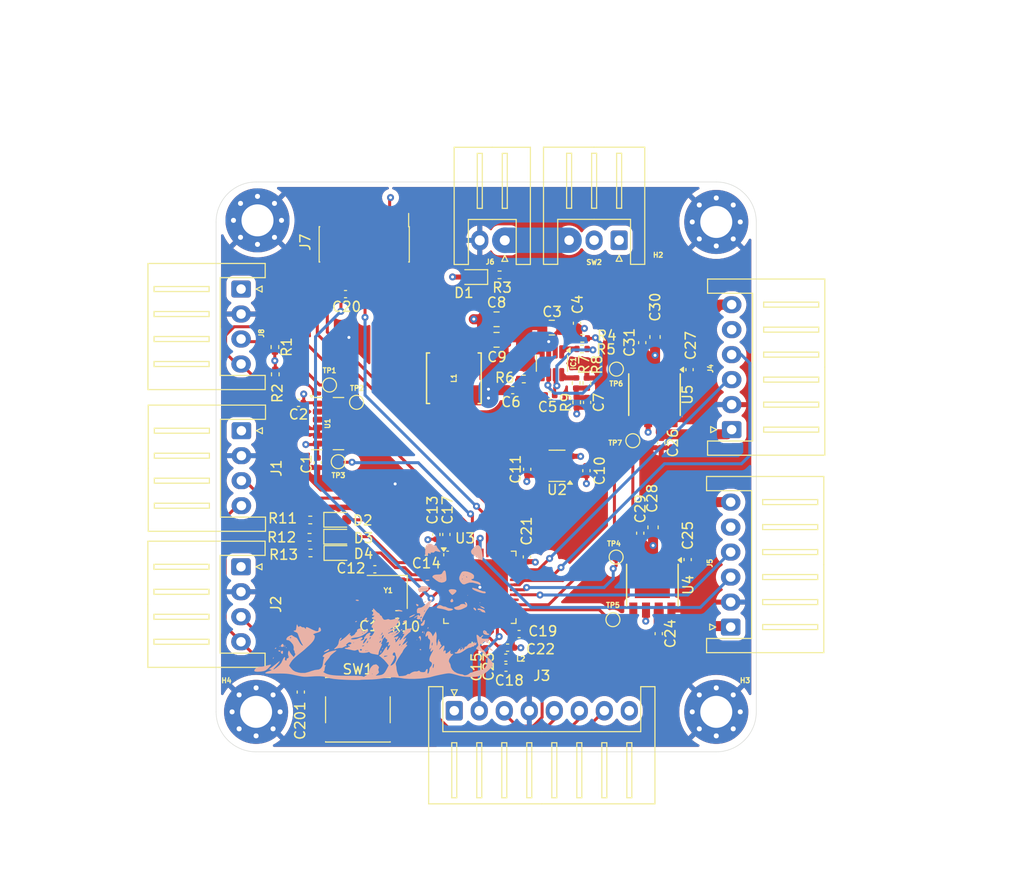
<source format=kicad_pcb>
(kicad_pcb (version 20240108) (generator "pcbnew") (generator_version "8.0")
  (layers (0 "F.Cu" signal) (1 "In1.Cu" signal) (2 "In2.Cu" signal) (31 "B.Cu" signal) (34 "B.Paste" user) (35 "F.Paste" user) (36 "B.SilkS" user "B.Silkscreen") (37 "F.SilkS" user "F.Silkscreen") (38 "B.Mask" user) (39 "F.Mask" user) (44 "Edge.Cuts" user))
  (net 0 "")
  (net 1 "GND")
  (net 2 "OSC_IN")
  (net 3 "+3.3V")
  (net 4 "+3.3VA")
  (net 5 "NRST")
  (net 6 "/STM32/LED1")
  (net 7 "/STM32/LED2")
  (net 8 "/STM32/LED3")
  (net 9 "/Actionneur/SCL")
  (net 10 "/Actionneur/SDA")
  (net 11 "SWDIO")
  (net 12 "SWCLK")
  (net 13 "TX_SWD")
  (net 14 "RX_SWD")
  (net 15 "SWO")
  (net 16 "/SENSORS/TX_LIDAR")
  (net 17 "/SENSORS/PHASE_A1")
  (net 18 "/SENSORS/PHASE_B1")
  (net 19 "/SENSORS/PHASE_B2")
  (net 20 "/SENSORS/PHASE_A2")
  (net 21 "/SENSORS/CB_IN")
  (net 22 "/SENSORS/CB_OUT1")
  (net 23 "/SENSORS/CB_OUT2")
  (net 24 "OSC_OUT")
  (net 25 "/SENSORS/CHAT{slash}SOURIS")
  (net 26 "/SENSORS/INT1_ACCELERO")
  (net 27 "/Actionneur/FWD1")
  (net 28 "/Actionneur/REV1")
  (net 29 "/Actionneur/FWD2")
  (net 30 "/Actionneur/REV2")
  (net 31 "/SENSORS/RX_LIDAR")
  (net 32 "/SENSORS/DEV_EN_LIDAR")
  (net 33 "/SENSORS/M_SCTR_LIDAR")
  (net 34 "/SENSORS/M_EN_LIDAR")
  (net 35 "Net-(C16-Pad1)")
  (net 46 "+BATT")
  (net 47 "/Alimentation/vcc")
  (net 48 "Net-(C6-Pad1)")
  (net 49 "/Alimentation/sw")
  (net 50 "+5V")
  (net 51 "Net-(C7-Pad1)")
  (net 52 "/Actionneur/MOTEUR2-")
  (net 53 "/Actionneur/MOTEUR2+")
  (net 54 "/Actionneur/MOTEUR1-")
  (net 55 "/Actionneur/MOTEUR1+")
  (net 56 "/Alimentation/led_power")
  (net 57 "/Alimentation/fb")
  (net 58 "/Alimentation/pg")
  (net 59 "/Alimentation/en{slash}sync")
  (net 60 "/Alimentation/bst")
  (net 62 "+7.2V")
  (net 73 "LD1")
  (net 74 "LD2")
  (net 75 "LD3")
  (footprint "LED_SMD:LED_0603_1608Metric" (layer "F.Cu") (at 142.2575 101.48)
    (property "Reference" "D3")
    (property "Value" "LED_USER2")
  )
  (footprint "MountingHole:MountingHole_3.2mm_M3_Pad_Via" (layer "F.Cu") (at 134 119)
    (property "Reference" "H4")
    (property "Value" "MountingHole_Pad")
  )
  (footprint "Crystal:Crystal_SMD_3225-4Pin_3.2x2.5mm" (layer "F.Cu") (at 147.1075 107.01 180)
    (property "Reference" "Y1")
    (property "Value" "16MHz")
  )
  (footprint "Package_TO_SOT_SMD:TSOT-23-8" (layer "F.Cu") (at 163.575 84.1375 -90)
    (property "Reference" "IC1")
    (property "Value" "MP1475SGJ-P")
  )
  (footprint "STM32:IND_052047_WRE" (layer "F.Cu") (at 153.77 85.63 90)
    (property "Reference" "L1")
    (property "Value" "4.7u")
  )
  (footprint "STM32:SW_Push_1P1T_NO_6x6mm_H9.5mm" (layer "F.Cu") (at 144.175 118.79)
    (property "Reference" "SW1")
    (property "Value" "SW_c/s")
  )
  (footprint "Capacitor_SMD:C_0402_1005Metric" (layer "F.Cu") (at 145.87 104.74)
    (property "Reference" "C12")
    (property "Value" "10p")
  )
  (footprint "Resistor_SMD:R_0402_1005Metric" (layer "F.Cu") (at 148.11 109.26)
    (property "Reference" "R10")
    (property "Value" "20")
  )
  (footprint "Package_TO_SOT_SMD:SOT-23-5" (layer "F.Cu") (at 164.08 94.3875 180)
    (property "Reference" "U2")
    (property "Value" "BUxxSD5")
  )
  (footprint "Capacitor_SMD:C_0402_1005Metric" (layer "F.Cu") (at 151.02 102.9775 180)
    (property "Reference" "C14")
    (property "Value" "100n")
  )
  (footprint "LED_SMD:LED_0603_1608Metric" (layer "F.Cu") (at 142.2575 99.79)
    (property "Reference" "D2")
    (property "Value" "LED_USER1")
  )
  (footprint "Capacitor_SMD:C_0402_1005Metric" (layer "F.Cu") (at 138.24 88.09 180)
    (property "Reference" "C2")
    (property "Value" "100n")
  )
  (footprint "Capacitor_SMD:C_0402_1005Metric" (layer "F.Cu") (at 163.37 87.33 180)
    (property "Reference" "C5")
    (property "Value" "0.1u")
  )
  (footprint "Capacitor_SMD:C_0402_1005Metric" (layer "F.Cu") (at 155.96 112.14 -90)
    (property "Reference" "C15")
    (property "Value" "1u")
  )
  (footprint "Resistor_SMD:R_0402_1005Metric" (layer "F.Cu") (at 139.435 103.11 180)
    (property "Reference" "R13")
    (property "Value" "680")
  )
  (footprint "Resistor_SMD:R_0402_1005Metric" (layer "F.Cu") (at 135.88 82.5125 -90)
    (property "Reference" "R1")
    (property "Value" "1k")
  )
  (footprint "TestPoint:TestPoint_Pad_D1.0mm" (layer "F.Cu") (at 170.02 84.72)
    (property "Reference" "TP6")
    (property "Value" "TestPoint")
  )
  (footprint "Resistor_SMD:R_0402_1005Metric" (layer "F.Cu") (at 166.61 81.64)
    (property "Reference" "R4")
    (property "Value" "100K")
  )
  (footprint "MountingHole:MountingHole_3.2mm_M3_Pad_Via" (layer "F.Cu") (at 180 119)
    (property "Reference" "H3")
    (property "Value" "MountingHole_Pad")
  )
  (footprint "TestPoint:TestPoint_Pad_D1.0mm" (layer "F.Cu") (at 169.99 103.52)
    (property "Reference" "TP4")
    (property "Value" "TestPoint")
  )
  (footprint "Capacitor_SMD:C_0402_1005Metric" (layer "F.Cu") (at 161.07 103.5 90)
    (property "Reference" "C21")
    (property "Value" "100n")
  )
  (footprint "Resistor_SMD:R_0402_1005Metric" (layer "F.Cu") (at 139.345 101.54 180)
    (property "Reference" "R12")
    (property "Value" "680")
  )
  (footprint "LED_SMD:LED_0603_1608Metric" (layer "F.Cu") (at 155.6625 75.51 180)
    (property "Reference" "D1")
    (property "Value" "LED_POWER")
  )
  (footprint "Capacitor_SMD:C_0805_2012Metric" (layer "F.Cu") (at 158.0375 81.7875)
    (property "Reference" "C9")
    (property "Value" "22u")
  )
  (footprint "Capacitor_SMD:C_0402_1005Metric" (layer "F.Cu") (at 142.94 77.22)
    (property "Reference" "C20")
    (property "Value" "100n")
  )
  (footprint "Resistor_SMD:R_0402_1005Metric" (layer "F.Cu") (at 160.76 85.71 180)
    (property "Reference" "R6")
    (property "Value" "20")
  )
  (footprint "Capacitor_SMD:C_0402_1005Metric" (layer "F.Cu") (at 167.09 88.05 -90)
    (property "Reference" "C7")
    (property "Value" "15p")
  )
  (footprint "Connector_JST:JST_XH_S6B-XH-A_1x06_P2.50mm_Horizontal" (layer "F.Cu") (at 181.54 90.77 90)
    (property "Reference" "J4")
    (property "Value" "Moteur1")
  )
  (footprint "TestPoint:TestPoint_Pad_D1.0mm" (layer "F.Cu") (at 171.66 91.88)
    (property "Reference" "TP7")
    (property "Value" "TestPoint")
  )
  (footprint "Connector_JST:JST_XH_S4B-XH-A_1x04_P2.50mm_Horizontal" (layer "F.Cu") (at 132.53 90.88 -90)
    (property "Reference" "J1")
    (property "Value" "CB1")
  )
  (footprint "Capacitor_SMD:C_0402_1005Metric" (layer "F.Cu") (at 138.47 117.02 -90)
    (property "Reference" "C201")
    (property "Value" "100n")
  )
  (footprint "Capacitor_SMD:C_0805_2012Metric" (layer "F.Cu") (at 158.0375 79.7375)
    (property "Reference" "C8")
    (property "Value" "22u")
  )
  (footprint "Connector_JST:JST_XH_S6B-XH-A_1x06_P2.50mm_Horizontal" (layer "F.Cu") (at 181.44 110.52 90)
    (property "Reference" "J5")
    (property "Value" "Moteur2")
  )
  (footprint "Package_LGA:LGA-14_3x5mm_P0.8mm_LayoutBorder1x6y" (layer "F.Cu") (at 141.15 90.17)
    (property "Reference" "U1")
    (property "Value" "ADXL343")
  )
  (footprint "Capacitor_SMD:C_0603_1608Metric" (layer "F.Cu") (at 173.68 100.545 90)
    (property "Reference" "C28")
    (property "Value" "10u")
  )
  (footprint "Connector_JST:JST_XH_S3B-XH-A_1x03_P2.50mm_Horizontal" (layer "F.Cu") (at 170.29 71.83 180)
    (property "Reference" "SW2")
    (property "Value" "ON/OFF")
  )
  (footprint "STM32:Diodes_SO-8EP" (layer "F.Cu") (at 173.6125 106.32 -90)
    (property "Reference" "U4")
    (property "Value" "ZXBM5210-SP")
  )
  (footprint "Capacitor_SMD:C_0402_1005Metric" (layer "F.Cu") (at 145.745 109.26 180)
    (property "Reference" "C16")
    (property "Value" "10p")
  )
  (footprint "Resistor_SMD:R_0402_1005Metric" (layer "F.Cu") (at 165.995 86.1075 -90)
    (property "Reference" "R7")
    (property "Value" "16k")
  )
  (footprint "Resistor_SMD:R_0402_1005Metric" (layer "F.Cu") (at 158.34 75.29)
    (property "Reference" "R3")
    (property "Value" "680")
  )
  (footprint "Capacitor_SMD:C_0402_1005Metric_Pad0.74x0.62mm_HandSolder" (layer "F.Cu") (at 159.1425 112.58)
    (property "Reference" "L2")
    (property "Value" "l")
  )
  (footprint "Capacitor_SMD:C_0402_1005Metric" (layer "F.Cu") (at 158.98 114.58)
    (property "Reference" "C18")
    (property "Value" "100n")
  )
  (footprint "Capacitor_SMD:C_0402_1005Metric" (layer "F.Cu") (at 172.4 101.13 90)
    (property "Reference" "C29")
    (property "Value" "1u")
  )
  (footprint "TestPoint:TestPoint_Pad_D1.0mm" (layer "F.Cu") (at 141.34 86.31)
    (property "Reference" "TP1")
    (property "Value" "TestPoint")
  )
  (footprint "Capacitor_SMD:C_0603_1608Metric" (layer "F.Cu") (at 173.88 81.505 -90)
    (property "Reference" "C30")
    (property "Value" "10u")
  )
  (footprint "Capacitor_SMD:C_0805_2012Metric" (layer "F.Cu") (at 163.56 80.57 180)
    (property "Reference" "C3")
    (property "Value" "22u")
  )
  (footprint "Capacitor_SMD:C_0402_1005Metric" (layer "F.Cu") (at 161.1 94.74 90)
    (property "Reference" "C11")
    (property "Value" "1u")
  )
  (footprint "Capacitor_SMD:C_0402_1005Metric" (layer "F.Cu") (at 174.25 111.18 -90)
    (property "Reference" "C24")
    (property "Value" "100n")
  )
  (footprint "Capacitor_SMD:C_0402_1005Metric" (layer "F.Cu") (at 172.6 82.07 -90)
    (property "Reference" "C31")
    (property "Value" "1u")
  )
  (footprint "Capacitor_SMD:C_0402_1005Metric" (layer "F.Cu") (at 160.29 111.22)
    (property "Reference" "C19")
    (property "Value" "100n")
  )
  (footprint "TestPoint:TestPoint_Pad_D1.0mm" (layer "F.Cu") (at 169.67 109.78)
    (property "Reference" "TP5")
    (property "Value" "TestPoint")
  )
  (footprint "Connector_JST:JST_XH_S4B-XH-A_1x04_P2.50mm_Horizontal" (layer "F.Cu") (at 132.5 76.71 -90)
    (property "Reference" "J8")
    (property "Value" "ECRAN")
  )
  (footprint "STM32:Diodes_SO-8EP" (layer "F.Cu") (at 173.825 87.2725 -90)
    (property "Reference" "U5")
    (property "Value" "ZXBM5210-SP")
  )
  (footprint "Capacitor_SMD:C_0402_1005Metric" (layer "F.Cu") (at 166.08 80.13 90)
    (property "Reference" "C4")
    (property "Value" "0.1u")
  )
  (footprint "Capacitor_SMD:C_0402_1005Metric" (layer "F.Cu") (at 177.14 103.77 90)
    (property "Reference" "C25")
    (property "Value" "100n")
  )
  (footprint "LED_SMD:LED_0603_1608Metric" (layer "F.Cu") (at 142.2775 103.11)
    (property "Reference" "D4")
    (property "Value" "LED_USER3")
  )
  (footprint "Capacitor_SMD:C_0402_1005Metric" (layer "F.Cu") (at 177.33 84.77 90)
    (property "Reference" "C27")
    (property "Value" "100n")
  )
  (footprint "Capacitor_SMD:C_0402_1005Metric" (layer "F.Cu") (at 152.02 101.2575 90)
    (property "Reference" "C13")
    (property "Value" "4.7u")
  )
  (footprint "Resistor_SMD:R_0402_1005Metric" (layer "F.Cu") (at 135.92 85.24 90)
    (property "Reference" "R2")
    (property "Value" "1k")
  )
  (footprint "Resistor_SMD:R_0402_1005Metric" (layer "F.Cu") (at 166.58 82.7 180)
    (property "Reference" "R5")
    (property "Value" "100K")
  )
  (footprint "TestPoint:TestPoint_Pad_D1.0mm" (layer "F.Cu") (at 142.21 93.98)
    (property "Reference" "TP3")
    (property "Value" "TestPoint")
  )
  (footprint "Connector_JST:JST_XH_S4B-XH-A_1x04_P2.50mm_Horizontal" (layer "F.Cu") (at 132.49 104.49 -90)
    (property "Reference" "J2")
    (property "Value" "CB2")
  )
  (footprint "Connector_JST:JST_XH_S8B-XH-A_1x08_P2.50mm_Horizontal" (layer "F.Cu") (at 153.81 118.89)
    (property "Reference" "J3")
    (property "Value" "LIDAR")
  )
  (footprint "Capacitor_SMD:C_0402_1005Metric" (layer "F.Cu") (at 156.96 112.12 -90)
    (property "Reference" "C23")
    (property "Value" "1u")
  )
  (footprint "Resistor_SMD:R_0402_1005Metric" (layer "F.Cu") (at 167.065 86.12 90)
    (property "Reference" "R8")
    (property "Value" "7.68k")
  )
  (footprint "MountingHole:MountingHole_3.2mm_M3_Pad_Via" (layer "F.Cu") (at 180 70)
    (property "Reference" "H2")
    (property "Value" "MountingHole_Pad")
  )
  (footprint "Connector_JST:JST_XH_S2B-XH-A_1x02_P2.50mm_Horizontal" (layer "F.Cu") (at 158.86 71.84 180)
    (property "Reference" "J6")
    (property "Value" "Batterie")
  )
  (footprint "Connector_PinHeader_1.27mm:PinHeader_2x07_P1.27mm_Vertical_SMD" (layer "F.Cu") (at 144.81 72.24 -90)
    (property "Reference" "J7")
    (property "Value" "Conn_ST_STDC14")
  )
  (footprint "Resistor_SMD:R_0402_1005Metric" (layer "F.Cu") (at 139.415 99.81 180)
    (property "Reference" "R11")
    (property "Value" "680")
  )
  (footprint "Capacitor_SMD:C_0402_1005Metric" (layer "F.Cu") (at 174.5 92.1 -90)
    (property "Reference" "C26")
    (property "Value" "100n")
  )
  (footprint "Capacitor_SMD:C_0402_1005Metric" (layer "F.Cu") (at 140.16 94.0725 -90)
    (property "Reference" "C1")
    (property "Value" "1u")
  )
  (footprint "Capacitor_SMD:C_0402_1005Metric" (layer "F.Cu") (at 153.02 101.2575 90)
    (property "Reference" "C17")
    (property "Value" "100n")
  )
  (footprint "Capacitor_SMD:C_0402_1005Metric" (layer "F.Cu") (at 167.02 94.88 90)
    (property "Reference" "C10")
    (property "Value" "1u")
  )
  (footprint "STM32:QFN-48-1EP_7x7mm_P0.5mm_EP5.6x5.6mm_AJ" (layer "F.Cu") (at 156.37 106.54)
    (property "Reference" "U3")
    (property "Value" "STM32G431CBUx")
  )
  (footprint "MountingHole:MountingHole_3.2mm_M3_Pad_Via" (layer "F.Cu") (at 134.14 69.84)
    (property "Reference" "H1" (hide yes))
    (property "Value" "MountingHole_Pad")
  )
  (footprint "TestPoint:TestPoint_Pad_D1.0mm" (layer "F.Cu") (at 144.04 88.04)
    (property "Reference" "TP2")
    (property "Value" "TestPoint")
  )
  (footprint "Capacitor_SMD:C_0402_1005Metric" (layer "F.Cu") (at 159.65 86.82 180)
    (property "Reference" "C6")
    (property "Value" "0.1u")
  )
  (footprint "Capacitor_SMD:C_0402_1005Metric" (layer "F.Cu") (at 158.96 113.58)
    (property "Reference" "C22")
    (property "Value" "10n")
  )
  (footprint "Resistor_SMD:R_0402_1005Metric" (layer "F.Cu") (at 166.05 88.04 -90)
    (property "Reference" "R9")
    (property "Value" "40.2k")
  )
  (footprint "STM32:logo" (layer "B.Cu") (at 146.38 108.51 180)
    (property "Reference" "G***" (hide yes))
    (property "Value" "LOGO" (hide yes))
  )
  (gr_arc (start 134 123) (mid 131.171573 121.828427) (end 130 119) (stroke (width 0.05)) (layer "Edge.Cuts"))
  (gr_line (start 130 70) (end 130 119) (stroke (width 0.05)) (layer "Edge.Cuts"))
  (gr_arc (start 130 70) (mid 131.171573 67.171573) (end 134 66) (stroke (width 0.05)) (layer "Edge.Cuts"))
  (gr_arc (start 180 66) (mid 182.828427 67.171573) (end 184 70) (stroke (width 0.05)) (layer "Edge.Cuts"))
  (gr_line (start 180 123) (end 134 123) (stroke (width 0.05)) (layer "Edge.Cuts"))
  (gr_line (start 184 70) (end 184 119) (stroke (width 0.05)) (layer "Edge.Cuts"))
  (gr_arc (start 184 119) (mid 182.828427 121.828427) (end 180 123) (stroke (width 0.05)) (layer "Edge.Cuts"))
  (gr_line (start 134 66) (end 180 66) (stroke (width 0.05)) (layer "Edge.Cuts"))
  (segment (start 142.125 88.995) (end 142.15 88.97) (width 0.3) (layer "F.Cu") (net 1))
  (segment (start 140.175 88.995) (end 141.17 88.995) (width 0.3) (layer "F.Cu") (net 1))
  (segment (start 146.4075 106.16) (end 146.0075 106.16) (width 0.3) (layer "F.Cu") (net 1))
  (segment (start 140.15 90.57) (end 140.624999 90.57) (width 0.3) (layer "F.Cu") (net 1))
  (segment (start 148.1075 107.86) (end 146.4075 106.16) (width 0.3) (layer "F.Cu") (net 1))
  (segment (start 141.17 90.024999) (end 141.17 88.995) (width 0.3) (layer "F.Cu") (net 1))
  (segment (start 141.17 88.995) (end 142.125 88.995) (width 0.3) (layer "F.Cu") (net 1))
  (segment (start 148.2075 107.86) (end 148.53 107.86) (width 0.3) (layer "F.Cu") (net 1))
  (segment (start 140.15 88.97) (end 140.175 88.995) (width 0.3) (layer "F.Cu") (net 1))
  (segment (start 148.2075 107.86) (end 148.1075 107.86) (width 0.3) (layer "F.Cu") (net 1))
  (segment (start 140.624999 90.57) (end 141.17 90.024999) (width 0.3) (layer "F.Cu") (net 1))
  (via (at 156.37 106.54) (size 0.7) (drill 0.3) (layers "F.Cu" "B.Cu") (net 1))
  (via (at 143.28 81.55) (size 0.7) (drill 0.3) (layers "F.Cu" "B.Cu") (net 1))
  (via (at 147.9 96.2) (size 0.7) (drill 0.3) (layers "F.Cu" "B.Cu") (net 1))
  (segment (start 146.37 104.76) (end 146.35 104.74) (width 0.3) (layer "F.Cu") (net 2))
  (segment (start 147.24 104.74) (end 148.2075 105.7075) (width 0.3) (layer "F.Cu") (net 2))
  (segment (start 148.2075 105.7075) (end 148.2075 106.16) (width 0.3) (layer "F.Cu") (net 2))
  (segment (start 148.5775 105.79) (end 148.2075 106.16) (width 0.3) (layer "F.Cu") (net 2))
  (segment (start 152.9325 105.79) (end 148.5775 105.79) (width 0.3) (layer "F.Cu") (net 2))
  (segment (start 146.35 104.74) (end 147.24 104.74) (width 0.3) (layer "F.Cu") (net 2))
  (segment (start 154.875 75.51) (end 153.65 75.51) (width 0.5) (layer "F.Cu") (net 3))
  (segment (start 140.06 92.26) (end 140.15 92.17) (width 0.3) (layer "F.Cu") (net 3))
  (segment (start 151.5 102.9775) (end 152.12 102.9775) (width 0.3) (layer "F.Cu") (net 3))
  (segment (start 140.15 92.17) (end 141.15 92.17) (width 0.3) (layer "F.Cu") (net 3))
  (segment (start 140.16 93.5925) (end 140.16 92.18) (width 0.3) (layer "F.Cu") (net 3))
  (segment (start 152.02 101.7375) (end 151.2125 101.7375) (width 0.3) (layer "F.Cu") (net 3))
  (segment (start 152.9325 103.79) (end 153.62 103.1025) (width 0.3) (layer "F.Cu") (net 3))
  (segment (start 161.07 103.98) (end 161.86 103.98) (width 0.5) (layer "F.Cu") (net 3))
  (segment (start 135.87 83.0325) (end 135.88 83.0225) (width 0.3) (layer "F.Cu") (net 3))
  (segment (start 159.15 111.19) (end 158.62 110.66) (width 0.3) (layer "F.Cu") (net 3))
  (segment (start 135.92 83.93) (end 135.87 83.88) (width 0.3) (layer "F.Cu") (net 3))
  (segment (start 161.1 95.22) (end 161.1 95.92) (width 0.5) (layer "F.Cu") (net 3))
  (segment (start 138.72 88.09) (end 140.07 88.09) (width 0.3) (layer "F.Cu") (net 3))
  (segment (start 159.71 111.32) (end 159.81 111.22) (width 0.3) (layer "F.Cu") (net 3))
  (segment (start 160.76 104.29) (end 161.07 103.98) (width 0.3) (layer "F.Cu") (net 3))
  (segment (start 138.97 92.26) (end 140.06 92.26) (width 0.3) (layer "F.Cu") (net 3))
  (segment (start 153.62 103.1025) (end 153.62 102.3375) (width 0.3) (layer "F.Cu") (net 3))
  (segment (start 147.35 67.65) (end 147.44 67.56) (width 0.3) (layer "F.Cu") (net 3))
  (segment (start 152.12 102.9775) (end 152.9325 103.79) (width 0.3) (layer "F.Cu") (net 3))
  (segment (start 159.8075 104.29) (end 160.76 104.29) (width 0.3) (layer "F.Cu") (net 3))
  (segment (start 159.71 112.58) (end 160.45 112.58) (width 0.3) (layer "F.Cu") (net 3))
  (segment (start 159.71 112.58) (end 159.71 111.32) (width 0.3) (layer "F.Cu") (net 3))
  (segment (start 153.65 75.51) (end 153.64 75.5) (width 0.5) (layer "F.Cu") (net 3))
  (segment (start 135.92 84.73) (end 135.92 83.93) (width 0.3) (layer "F.Cu") (net 3))
  (segment (start 147.35 70.29) (end 147.35 67.65) (width 0.3) (layer "F.Cu") (net 3))
  (segment (start 153.62 102.3375) (end 153.02 101.7375) (width 0.3) (layer "F.Cu") (net 3))
  (segment (start 158.62 110.66) (end 158.62 109.9775) (width 0.3) (layer "F.Cu") (net 3))
  (segment (start 160.45 112.58) (end 160.46 112.59) (width 0.3) (layer "F.Cu") (net 3))
  (segment (start 140.16 92.18) (end 140.15 92.17) (width 0.3) (layer "F.Cu") (net 3))
  (segment (start 162.9425 95.3375) (end 161.2175 95.3375) (width 0.5) (layer "F.Cu") (net 3))
  (segment (start 159.6275 111.19) (end 159.15 111.19) (width 0.3) (layer "F.Cu") (net 3))
  (segment (start 161.1 95.92) (end 161.06 95.96) (width 0.5) (layer "F.Cu") (net 3))
  (segment (start 159.71 111.2725) (end 159.6275 111.19) (width 0.3) (layer "F.Cu") (net 3))
  (segment (start 161.2175 95.3375) (end 161.1 95.22) (width 0.5) (layer "F.Cu") (net 3))
  (segment (start 138.76 87.21) (end 138.76 88.05) (width 0.3) (layer "F.Cu") (net 3))
  (segment (start 152.02 101.7375) (end 153.02 101.7375) (width 0.3) (layer "F.Cu") (net 3))
  (segment (start 138.76 88.05) (end 138.72 88.09) (width 0.3) (layer "F.Cu") (net 3))
  (segment (start 151.2125 101.7375) (end 151.17 101.78) (width 0.3) (layer "F.Cu") (net 3))
  (segment (start 135.87 83.88) (end 135.87 83.0325) (width 0.3) (layer "F.Cu") (net 3))
  (segment (start 161.86 103.98) (end 161.91 104.03) (width 0.5) (layer "F.Cu") (net 3))
  (segment (start 140.07 88.09) (end 140.15 88.17) (width 0.3) (layer "F.Cu") (net 3))
  (via (at 147.44 67.56) (size 0.7) (drill 0.3) (layers "F.Cu" "B.Cu") (net 3))
  (via (at 160.46 112.59) (size 0.7) (drill 0.3) (layers "F.Cu" "B.Cu") (net 3))
  (via (at 135.87 83.88) (size 0.7) (drill 0.3) (layers "F.Cu" "B.Cu") (net 3))
  (via (at 138.97 92.26) (size 0.7) (drill 0.3) (layers "F.Cu" "B.Cu") (net 3))
  (via (at 138.76 87.21) (size 0.7) (drill 0.3) (layers "F.Cu" "B.Cu") (net 3))
  (via (at 153.64 75.5) (size 0.7) (drill 0.3) (layers "F.Cu" "B.Cu") (net 3))
  (via (at 151.17 101.78) (size 0.7) (drill 0.3) (layers "F.Cu" "B.Cu") (net 3))
  (via (at 161.91 104.03) (size 0.7) (drill 0.3) (layers "F.Cu" "B.Cu") (net 3))
  (via (at 161.06 95.96) (size 0.7) (drill 0.3) (layers "F.Cu" "B.Cu") (net 3))
  (segment (start 156.96 111.64) (end 156.91 111.59) (width 0.3) (layer "F.Cu") (net 4))
  (segment (start 156.96 111.64) (end 156.94 111.66) (width 0.3) (layer "F.Cu") (net 4))
  (segment (start 158.32 112.58) (end 157.38 111.64) (width 0.3) (layer "F.Cu") (net 4))
  (segment (start 156.96 111.64) (end 157.62 110.98) (width 0.3) (layer "F.Cu") (net 4))
  (segment (start 158.48 113.58) (end 158.48 114.56) (width 0.5) (layer "F.Cu") (net 4))
  (segment (start 157.62 110.98) (end 157.62 109.9775) (width 0.3) (layer "F.Cu") (net 4))
  (segment (start 156.94 111.66) (end 155.96 111.66) (width 0.3) (layer "F.Cu") (net 4))
  (segment (start 157.12 109.9775) (end 157.12 110.5) (width 0.3) (layer "F.Cu") (net 4))
  (segment (start 155.88125 111.73875) (end 155.96 111.66) (width 0.3) (layer "F.Cu") (net 4))
  (segment (start 158.48 113.58) (end 158.48 112.675) (width 0.3) (layer "F.Cu") (net 4))
  (segment (start 157.38 111.64) (end 156.96 111.64) (width 0.3) (layer "F.Cu") (net 4))
  (segment (start 157.12 110.5) (end 155.96 111.66) (width 0.3) (layer "F.Cu") (net 4))
  (segment (start 158.575 112.58) (end 158.32 112.58) (width 0.3) (layer "F.Cu") (net 4))
  (segment (start 158.48 112.675) (end 158.575 112.58) (width 0.3) (layer "F.Cu") (net 4))
  (segment (start 158.48 114.56) (end 158.5 114.58) (width 0.5) (layer "F.Cu") (net 4))
  (segment (start 142.48 76.22) (end 142.47 76.21) (width 0.3) (layer "F.Cu") (net 5))
  (segment (start 152.9325 106.79) (end 152.35 106.79) (width 0.3) (layer "F.Cu") (net 5))
  (segment (start 142.47 76.21) (end 142.47 74.39) (width 0.3) (layer "F.Cu") (net 5))
  (segment (start 142.47 74.39) (end 142.27 74.19) (width 0.3) (layer "F.Cu") (net 5))
  (segment (start 152.35 106.79) (end 151.49 107.65) (width 0.3) (layer "F.Cu") (net 5))
  (segment (start 142.48 78.94) (end 142.48 76.22) (width 0.3) (layer "F.Cu") (net 5))
  (via (at 151.49 107.65) (size 0.7) (drill 0.3) (layers "F.Cu" "B.Cu") (net 5))
  (via (at 142.48 78.94) (size 0.7) (drill 0.3) (layers "F.Cu" "B.Cu") (net 5))
  (segment (start 139.94 83.94) (end 139.94 81.48) (width 0.3) (layer "B.Cu") (net 5))
  (segment (start 151.49 107.65) (end 139.94 96.1) (width 0.3) (layer "B.Cu") (net 5))
  (segment (start 139.94 81.48) (end 142.48 78.94) (width 0.3) (layer "B.Cu") (net 5))
  (segment (start 139.94 96.1) (end 139.94 83.94) (width 0.3) (layer "B.Cu") (net 5))
  (segment (start 141.47 99.79) (end 139.945 99.79) (width 0.3) (layer "F.Cu") (net 6))
  (segment (start 139.945 99.79) (end 139.925 99.81) (width 0.3) (layer "F.Cu") (net 6))
  (segment (start 139.915 101.48) (end 139.855 101.54) (width 0.3) (layer "F.Cu") (net 7))
  (segment (start 141.47 101.48) (end 139.915 101.48) (width 0.3) (layer "F.Cu") (net 7))
  (segment (start 141.49 103.11) (end 139.945 103.11) (width 0.3) (layer "F.Cu") (net 8))
  (segment (start 132.5 81.71) (end 132.76 81.97) (width 0.3) (layer "F.Cu") (net 9))
  (segment (start 140.14 97.62) (end 136.53 94.01) (width 0.3) (layer "F.Cu") (net 9))
  (segment (start 136.53 94.01) (end 136.53 86.72) (width 0.3) (layer "F.Cu") (net 9))
  (segment (start 135.9825 82.0025) (end 135.985 82) (width 0.3) (layer "F.Cu") (net 9))
  (segment (start 140.35 86.31) (end 141.34 86.31) (width 0.3) (layer "F.Cu") (net 9))
  (segment (start 154.62 103.1025) (end 154.62 100.63) (width 0.3) (layer "F.Cu") (net 9))
  (segment (start 135.985 82) (end 136.04 82) (width 0.3) (layer "F.Cu") (net 9))
  (segment (start 135.8475 81.97) (end 135.88 82.0025) (width 0.3) (layer "F.Cu") (net 9))
  (segment (start 141.15 86.5) (end 141.15 88.17) (width 0.3) (layer "F.Cu") (net 9))
  (segment (start 154.62 100.63) (end 151.61 97.62) (width 0.3) (layer "F.Cu") (net 9))
  (segment (start 136.53 86.72) (end 138.525 84.725) (width 0.3) (layer "F.Cu") (net 9))
  (segment (start 132.76 81.97) (end 135.8475 81.97) (width 0.3) (layer "F.Cu") (net 9))
  (segment (start 135.88 82.0025) (end 135.9825 82.0025) (width 0.3) (layer "F.Cu") (net 9))
  (segment (start 141.34 86.31) (end 141.15 86.5) (width 0.3) (layer "F.Cu") (net 9))
  (segment (start 151.61 97.62) (end 140.14 97.62) (width 0.3) (layer "F.Cu") (net 9))
  (segment (start 136.04 82) (end 140.35 86.31) (width 0.3) (layer "F.Cu") (net 9))
  (segment (start 132.5 84.21) (end 132.06 84.21) (width 0.3) (layer "F.Cu") (net 10))
  (segment (start 130.95 83.1) (end 130.95 81.34) (width 0.3) (layer "F.Cu") (net 10))
  (segment (start 134.04 85.75) (end 132.5 84.21) (width 0.3) (layer "F.Cu") (net 10))
  (segment (start 144.14 87.28) (end 144.14 87.94) (width 0.3) (layer "F.Cu") (net 10))
  (segment (start 137.34 80.48) (end 144.14 87.28) (width 0.3) (layer "F.Cu") (net 10))
  (segment (start 132.06 84.21) (end 130.95 83.1) (width 0.3) (layer "F.Cu") (net 10))
  (segment (start 155.12 100.19) (end 155.12 103.1025) (width 0.3) (layer "F.Cu") (net 10))
  (segment (start 144.04 89.11) (end 155.12 100.19) (width 0.3) (layer "F.Cu") (net 10))
  (segment (start 144.14 87.94) (end 144.04 88.04) (width 0.3) (layer "F.Cu") (net 10))
  (segment (start 144.04 88.04) (end 144.04 89.11) (width 0.3) (layer "F.Cu") (net 10))
  (segment (start 143.91 88.17) (end 144.04 88.04) (width 0.3) (layer "F.Cu") (net 10))
  (segment (start 135.92 85.75) (end 134.04 85.75) (width 0.3) (layer "F.Cu") (net 10))
  (segment (start 130.95 81.34) (end 131.81 80.48) (width 0.3) (layer "F.Cu") (net 10))
  (segment (start 142.15 88.17) (end 143.91 88.17) (width 0.3) (layer "F.Cu") (net 10))
  (segment (start 131.81 80.48) (end 137.34 80.48) (width 0.3) (layer "F.Cu") (net 10))
  (segment (start 159.8075 103.79) (end 159.8075 97.7375) (width 0.3) (layer "F.Cu") (net 11))
  (segment (start 159.8075 97.7375) (end 147.44 85.37) (width 0.3) (layer "F.Cu") (net 11))
  (segment (start 147.44 85.37) (end 147.44 74.28) (width 0.3) (layer "F.Cu") (net 11))
  (segment (start 147.44 74.28) (end 147.35 74.19) (width 0.3) (layer "F.Cu") (net 11))
  (segment (start 159.12 98.23) (end 159.12 103.1025) (width 0.3) (layer "F.Cu") (net 12))
  (segment (start 146.08 85.19) (end 159.12 98.23) (width 0.3) (layer "F.Cu") (net 12))
  (segment (start 146.08 74.19) (end 146.08 85.19) (width 0.3) (layer "F.Cu") (net 12))
  (segment (start 141.12 81.02) (end 141.12 74.31) (width 0.3) (layer "F.Cu") (net 13))
  (segment (start 158.12 103.1025) (end 158.12 98.02) (width 0.3) (layer "F.Cu") (net 13))
  (segment (start 141.12 74.31) (end 141 74.19) (width 0.3) (layer "F.Cu") (net 13))
  (segment (start 158.12 98.02) (end 141.12 81.02) (width 0.3) (layer "F.Cu") (net 13))
  (segment (start 157.62 103.1025) (end 157.62 98.72) (width 0.3) (layer "F.Cu") (net 14))
  (segment (start 140.12 81.22) (end 140.12 71.17) (width 0.3) (layer "F.Cu") (net 14))
  (segment (start 140.12 71.17) (end 141 70.29) (width 0.3) (layer "F.Cu") (net 14))
  (segment (start 157.62 98.72) (end 140.12 81.22) (width 0.3) (layer "F.Cu") (net 14))
  (segment (start 144.81 74.19) (end 144.89 74.27) (width 0.3) (layer "F.Cu") (net 15))
  (segment (start 156.03 98.43) (end 157.12 99.52) (width 0.3) (layer "F.Cu") (net 15))
  (segment (start 144.89 74.27) (end 144.89 79.54) (width 0.3) (layer "F.Cu") (net 15))
  (segment (start 157.12 99.52) (end 157.12 103.1025) (width 0.3) (layer "F.Cu") (net 15))
  (via (at 156.03 98.43) (size 0.7) (drill 0.3) (layers "F.Cu" "B.Cu") (net 15))
  (via (at 144.89 79.54) (size 0.7) (drill 0.3) (layers "F.Cu" "B.Cu") (net 15))
  (segment (start 156 98.43) (end 144.89 87.32) (width 0.3) (layer "B.Cu") (net 15))
  (segment (start 144.89 87.32) (end 144.89 79.54) (width 0.3) (layer "B.Cu") (net 15))
  (segment (start 156.03 98.43) (end 156 98.43) (width 0.3) (layer "B.Cu") (net 15))
  (segment (start 158.12 111.29) (end 158.3 111.47) (width 0.3) (layer "F.Cu") (net 16))
  (segment (start 158.12 109.9775) (end 158.12 111.29) (width 0.3) (layer "F.Cu") (net 16))
  (via (at 158.3 111.47) (size 0.7) (drill 0.3) (layers "F.Cu" "B.Cu") (net 16))
  (segment (start 158.3 111.47) (end 158.32 111.49) (width 0.3) (layer "B.Cu") (net 16))
  (segment (start 156.31 113.46) (end 158.3 111.47) (width 0.3) (layer "B.Cu") (net 16))
  (segment (start 156.31 118.89) (end 156.31 113.46) (width 0.3) (layer "B.Cu") (net 16))
  (segment (start 163.34 103.66) (end 162.21 104.79) (width 0.3) (layer "F.Cu") (net 17))
  (segment (start 162.21 104.79) (end 159.8075 104.79) (width 0.3) (layer "F.Cu") (net 17))
  (via (at 163.34 103.66) (size 0.7) (drill 0.3) (layers "F.Cu" "B.Cu") (net 17))
  (segment (start 163.34 103.66) (end 163.34 103.65) (width 0.3) (layer "B.Cu") (net 17))
  (segment (start 181.22 85.77) (end 181.54 85.77) (width 0.3) (layer "B.Cu") (net 17))
  (segment (start 163.34 103.65) (end 181.22 85.77) (width 0.3) (layer "B.Cu") (net 17))
  (segment (start 163.75 105.29) (end 164.48 104.56) (width 0.3) (layer "F.Cu") (net 18))
  (segment (start 159.8075 105.29) (end 163.75 105.29) (width 0.3) (layer "F.Cu") (net 18))
  (via (at 164.48 104.56) (size 0.7) (drill 0.3) (layers "F.Cu" "B.Cu") (net 18))
  (segment (start 164.48 104.53) (end 164.48 104.56) (width 0.3) (layer "B.Cu") (net 18))
  (segment (start 183.35 93.35) (end 182.51 94.19) (width 0.3) (layer "B.Cu") (net 18))
  (segment (start 181.54 83.27) (end 182.5 83.27) (width 0.3) (layer "B.Cu") (net 18))
  (segment (start 183.35 84.12) (end 183.35 93.35) (width 0.3) (layer "B.Cu") (net 18))
  (segment (start 174.82 94.19) (end 164.48 104.53) (width 0.3) (layer "B.Cu") (net 18))
  (segment (start 182.51 94.19) (end 174.82 94.19) (width 0.3) (layer "B.Cu") (net 18))
  (segment (start 182.5 83.27) (end 183.35 84.12) (width 0.3) (layer "B.Cu") (net 18))
  (segment (start 162.36 107.29) (end 162.38 107.31) (width 0.3) (layer "F.Cu") (net 19))
  (segment (start 159.8075 107.29) (end 162.36 107.29) (width 0.3) (layer "F.Cu") (net 19))
  (via (at 162.38 107.31) (size 0.7) (drill 0.3) (layers "F.Cu" "B.Cu") (net 19))
  (segment (start 177.15 107.31) (end 181.44 103.02) (width 0.3) (layer "B.Cu") (net 19))
  (segment (start 162.38 107.31) (end 177.15 107.31) (width 0.3) (layer "B.Cu") (net 19))
  (segment (start 156.12 103.1025) (end 156.12 101.92) (width 0.3) (layer "F.Cu") (net 20))
  (segment (start 156.12 101.92) (end 156.4 101.64) (width 0.3) (layer "F.Cu") (net 20))
  (via (at 156.4 101.64) (size 0.7) (drill 0.3) (layers "F.Cu" "B.Cu") (net 20))
  (segment (start 156.4 103.45) (end 161.51 108.56) (width 0.3) (layer "B.Cu") (net 20))
  (segment (start 161.51 108.56) (end 178.4 108.56) (width 0.3) (layer "B.Cu") (net 20))
  (segment (start 178.4 108.56) (end 181.44 105.52) (width 0.3) (layer "B.Cu") (net 20))
  (segment (start 156.4 101.64) (end 156.4 103.45) (width 0.3) (layer "B.Cu") (net 20))
  (segment (start 132.49 111.99) (end 130.91 110.41) (width 0.3) (layer "F.Cu") (net 21))
  (segment (start 132.49 111.99) (end 134.69 114.19) (width 0.3) (layer "F.Cu") (net 21))
  (segment (start 134.69 114.19) (end 148.11 114.19) (width 0.3) (layer "F.Cu") (net 21))
  (segment (start 130.91 110.41) (end 130.91 99.61) (width 0.3) (layer "F.Cu") (net 21))
  (segment (start 152.9325 109.3675) (end 152.9325 109.29) (width 0.3) (layer "F.Cu") (net 21))
  (segment (start 132.14 98.38) (end 132.53 98.38) (width 0.3) (layer "F.Cu") (net 21))
  (segment (start 148.11 114.19) (end 152.9325 109.3675) (width 0.3) (layer "F.Cu") (net 21))
  (segment (start 130.91 99.61) (end 132.14 98.38) (width 0.3) (layer "F.Cu") (net 21))
  (segment (start 137.04 105.57) (end 143.05 111.58) (width 0.3) (layer "F.Cu") (net 22))
  (segment (start 137.04 100.03) (end 137.04 105.57) (width 0.3) (layer "F.Cu") (net 22))
  (segment (start 132.89 95.88) (end 137.04 100.03) (width 0.3) (layer "F.Cu") (net 22))
  (segment (start 152.01 108.29) (end 152.9325 108.29) (width 0.3) (layer "F.Cu") (net 22))
  (segment (start 132.53 95.88) (end 132.89 95.88) (width 0.3) (layer "F.Cu") (net 22))
  (segment (start 148.72 111.58) (end 152.01 108.29) (width 0.3) (layer "F.Cu") (net 22))
  (segment (start 143.05 111.58) (end 148.72 111.58) (width 0.3) (layer "F.Cu") (net 22))
  (segment (start 152.409904 108.79) (end 148.349904 112.85) (width 0.3) (layer "F.Cu") (net 23))
  (segment (start 152.9325 108.79) (end 152.409904 108.79) (width 0.3) (layer "F.Cu") (net 23))
  (segment (start 148.349904 112.85) (end 135.85 112.85) (width 0.3) (layer "F.Cu") (net 23))
  (segment (start 135.85 112.85) (end 132.49 109.49) (width 0.3) (layer "F.Cu") (net 23))
  (segment (start 148.62 109.26) (end 151.59 106.29) (width 0.3) (layer "F.Cu") (net 24))
  (segment (start 148.62 109.26) (end 148.63 109.26) (width 0.3) (layer "F.Cu") (net 24))
  (segment (start 151.59 106.29) (end 152.9325 106.29) (width 0.3) (layer "F.Cu") (net 24))
  (segment (start 148.15 115.08) (end 153.2525 109.9775) (width 0.3) (layer "F.Cu") (net 25))
  (segment (start 138.53 116.6) (end 148.09 116.6) (width 0.3) (layer "F.Cu") (net 25))
  (segment (start 138.47 116.54) (end 138.53 116.6) (width 0.3) (layer "F.Cu") (net 25))
  (segment (start 153.2525 109.9775) (end 153.62 109.9775) (width 0.3) (layer "F.Cu") (net 25))
  (segment (start 148.09 116.6) (end 148.15 116.54) (width 0.3) (layer "F.Cu") (net 25))
  (segment (start 148.15 116.54) (end 148.15 115.08) (width 0.3) (layer "F.Cu") (net 25))
  (segment (start 143.59 94.03) (end 142.26 94.03) (width 0.3) (layer "F.Cu") (net 26))
  (segment (start 155.62 99.39) (end 155.62 103.1025) (width 0.3) (layer "F.Cu") (net 26))
  (segment (start 142.21 92.23) (end 142.15 92.17) (width 0.3) (layer "F.Cu") (net 26))
  (segment (start 142.26 94.03) (end 142.21 93.98) (width 0.3) (layer "F.Cu") (net 26))
  (segment (start 142.21 93.98) (end 142.21 92.23) (width 0.3) (layer "F.Cu") (net 26))
  (segment (start 155.43 99.2) (end 155.62 99.39) (width 0.3) (layer "F.Cu") (net 26))
  (via (at 155.43 99.2) (size 0.7) (drill 0.3) (layers "F.Cu" "B.Cu") (net 26))
  (via (at 143.59 94.03) (size 0.7) (drill 0.3) (layers "F.Cu" "B.Cu") (net 26))
  (segment (start 155.33 99.2) (end 150.21 94.08) (width 0.3) (layer "B.Cu") (net 26))
  (segment (start 150.21 94.08) (end 143.64 94.08) (width 0.3) (layer "B.Cu") (net 26))
  (segment (start 143.64 94.08) (end 143.59 94.03) (width 0.3) (layer "B.Cu") (net 26))
  (segment (start 155.43 99.2) (end 155.33 99.2) (width 0.3) (layer "B.Cu") (net 26))
  (segment (start 160.755073 105.865023) (end 160.330096 106.29) (width 0.3) (layer "F.Cu") (net 27))
  (segment (start 169.82 100.7) (end 164.654977 105.865023) (width 0.3) (layer "F.Cu") (net 27))
  (segment (start 169.82 84.92) (end 169.82 100.7) (width 0.3) (layer "F.Cu") (net 27))
  (segment (start 164.654977 105.865023) (end 160.755073 105.865023) (width 0.3) (layer "F.Cu") (net 27))
  (segment (start 171.865 84.72) (end 171.92 84.775) (width 0.3) (layer "F.Cu") (net 27))
  (segment (start 170.02 84.72) (end 169.82 84.92) (width 0.3) (layer "F.Cu") (net 27))
  (segment (start 170.02 84.72) (end 171.865 84.72) (width 0.3) (layer "F.Cu") (net 27))
  (segment (start 160.330096 106.29) (end 159.8075 106.29) (width 0.3) (layer "F.Cu") (net 27))
  (segment (start 163.24 108.29) (end 171.66 99.87) (width 0.3) (layer "F.Cu") (net 28))
  (segment (start 171.66 91.88) (end 171.66 90.03) (width 0.5) (layer "F.Cu") (net 28))
  (segment (start 159.8075 108.29) (end 163.24 108.29) (width 0.3) (layer "F.Cu") (net 28))
  (segment (start 171.66 90.03) (end 171.92 89.77) (width 0.5) (layer "F.Cu") (net 28))
  (segment (start 171.66 99.87) (end 171.66 91.88) (width 0.3) (layer "F.Cu") (net 28))
  (segment (start 160.820046 106.79) (end 161.045023 106.565023) (width 0.3) (layer "F.Cu") (net 29))
  (segment (start 159.8075 106.79) (end 160.820046 106.79) (width 0.3) (layer "F.Cu") (net 29))
  (segment (start 169.99 103.52) (end 170.13 103.38) (width 0.3) (layer "F.Cu") (net 29))
  (segment (start 169.99 104.38) (end 169.99 103.52) (width 0.3) (layer "F.Cu") (net 29))
  (segment (start 170.13 103.38) (end 171.265 103.38) (width 0.3) (layer "F.Cu") (net 29))
  (segment (start 171.265 103.38) (end 171.7075 103.8225) (width 0.3) (layer "F.Cu") (net 29))
  (segment (start 169.7 104.67) (end 169.99 104.38) (width 0.3) (layer "F.Cu") (net 29))
  (via (at 169.7 104.67) (size 0.7) (drill 0.3) (layers "F.Cu" "B.Cu") (net 29))
  (via (at 161.045023 106.565023) (size 0.7) (drill 0.3) (layers "F.Cu" "B.Cu") (net 29))
  (segment (start 169.7 104.67) (end 169.7 105.66) (width 0.3) (layer "B.Cu") (net 29))
  (segment (start 169.7 105.66) (end 168.794977 106.565023) (width 0.3) (layer "B.Cu") (net 29))
  (segment (start 168.794977 106.565023) (end 161.045023 106.565023) (width 0.3) (layer "B.Cu") (net 29))
  (segment (start 171.7075 109.0525) (end 170.98 109.78) (width 0.3) (layer "F.Cu") (net 30))
  (segment (start 169.36 109.84) (end 168.31 108.79) (width 0.3) (layer "F.Cu") (net 30))
  (segment (start 168.31 108.79) (end 159.8075 108.79) (width 0.3) (layer "F.Cu") (net 30))
  (segment (start 170.98 109.78) (end 169.67 109.78) (width 0.3) (layer "F.Cu") (net 30))
  (segment (start 171.7075 108.8175) (end 171.7075 109.0525) (width 0.3) (layer "F.Cu") (net 30))
  (segment (start 161.5875 109.9775) (end 159.12 109.9775) (width 0.3) (layer "F.Cu") (net 31))
  (segment (start 161.71 120.42) (end 162.59 119.54) (width 0.3) (layer "F.Cu") (net 31))
  (segment (start 162.59 116.89) (end 163.94 115.54) (width 0.3) (layer "F.Cu") (net 31))
  (segment (start 160.06 120.42) (end 161.71 120.42) (width 0.3) (layer "F.Cu") (net 31))
  (segment (start 163.94 112.33) (end 161.5875 109.9775) (width 0.3) (layer "F.Cu") (net 31))
  (segment (start 158.81 118.89) (end 158.81 119.17) (width 0.3) (layer "F.Cu") (net 31))
  (segment (start 163.94 115.54) (end 163.94 112.33) (width 0.3) (layer "F.Cu") (net 31))
  (segment (start 162.59 119.54) (end 162.59 116.89) (width 0.3) (layer "F.Cu") (net 31))
  (segment (start 158.81 119.17) (end 160.06 120.42) (width 0.3) (layer "F.Cu") (net 31))
  (segment (start 158.81 118.89) (end 158.81 119.35) (width 0.3) (layer "B.Cu") (net 31))
  (segment (start 166.31 119.7) (end 166.31 118.89) (width 0.3) (layer "F.Cu") (net 32))
  (segment (start 154.62 110.98) (end 150.87 114.73) (width 0.3) (layer "F.Cu") (net 32))
  (segment (start 164.53 121.48) (end 166.31 119.7) (width 0.3) (layer "F.Cu") (net 32))
  (segment (start 153.31 121.48) (end 164.53 121.48) (width 0.3) (layer "F.Cu") (net 32))
  (segment (start 150.87 114.73) (end 150.87 119.04) (width 0.3) (layer "F.Cu") (net 32))
  (segment (start 150.87 119.04) (end 153.31 121.48) (width 0.3) (layer "F.Cu") (net 32))
  (segment (start 154.62 109.9775) (end 154.62 110.98) (width 0.3) (layer "F.Cu") (net 32))
  (segment (start 168.81 118.89) (end 165.64 122.06) (width 0.3) (layer "F.Cu") (net 33))
  (segment (start 154.12 110.54) (end 154.12 109.9775) (width 0.3) (layer "F.Cu") (net 33))
  (segment (start 149.71 119) (end 149.71 114.95) (width 0.3) (layer "F.Cu") (net 33))
  (segment (start 165.64 122.06) (end 152.77 122.06) (width 0.3) (layer "F.Cu") (net 33))
  (segment (start 152.77 122.06) (end 149.71 119) (width 0.3) (layer "F.Cu") (net 33))
  (segment (start 149.71 114.95) (end 154.12 110.54) (width 0.3) (layer "F.Cu") (net 33))
  (segment (start 153.6 120.96) (end 162.62 120.96) (width 0.3) (layer "F.Cu") (net 34))
  (segment (start 152.2 114.77) (end 152.2 119.56) (width 0.3) (layer "F.Cu") (net 34))
  (segment (start 155.12 109.9775) (end 155.12 111.85) (width 0.3) (layer "F.Cu") (net 34))
  (segment (start 152.2 119.56) (end 153.6 120.96) (width 0.3) (layer "F.Cu") (net 34))
  (segment (start 155.12 111.85) (end 152.2 114.77) (width 0.3) (layer "F.Cu") (net 34))
  (segment (start 162.62 120.96) (end 163.81 119.77) (width 0.3) (layer "F.Cu") (net 34))
  (segment (start 163.81 119.77) (end 163.81 118.89) (width 0.3) (layer "F.Cu") (net 34))
  (segment (start 147.6 109.26) (end 146.225 109.26) (width 0.3) (layer "F.Cu") (net 35))
  (segment (start 146.0075 107.86) (end 146.0075 109.0425) (width 0.3) (layer "F.Cu") (net 35))
  (segment (start 146.0075 109.0425) (end 146.225 109.26) (width 0.3) (layer "F.Cu") (net 35))
  (segment (start 173.88 83.34) (end 173.88 84.67) (width 1) (layer "F.Cu") (net 46))
  (segment (start 166.08 80.61) (end 166.78 80.61) (width 0.5) (layer "F.Cu") (net 46))
  (segment (start 172.4 101.61) (end 172.9775 102.1875) (width 0.5) (layer "F.Cu") (net 46))
  (segment (start 172.6 82.55) (end 173.19 83.14) (width 0.5) (layer "F.Cu") (net 46))
  (segment (start 173.68 102.36) (end 173.68 101.32) (width 1) (layer "F.Cu") (net 46))
  (segment (start 166.1 81.64) (end 166.1 80.65) (width 1) (layer "F.Cu") (net 46))
  (segment (start 166.78 80.61) (end 166.82 80.65) (width 0.5) (layer "F.Cu") (net 46))
  (segment (start 163.9 83) (end 163.95 82.95) (width 0.3) (layer "F.Cu") (net 46))
  (segment (start 173.19 91.03) (end 173.19 89.77) (width 0.5) (layer "F.Cu") (net 46))
  (segment (start 173.68 103.8225) (end 172.9775 103.8225) (width 1) (layer "F.Cu") (net 46))
  (segment (start 173.88 84.67) (end 173.71 84.84) (width 1) (layer "F.Cu") (net 46))
  (segment (start 163.95 82.95) (end 163.95 81.13) (width 0.3) (layer "F.Cu") (net 46))
  (segment (start 172.9775 102.1875) (end 172.9775 103.8225) (width 0.5) (layer "F.Cu") (net 46))
  (segment (start 172.9775 109.9025) (end 172.95 109.93) (width 0.5) (layer "F.Cu") (net 46))
  (segment (start 163.95 81.13) (end 164.51 80.57) (width 0.3) (layer "F.Cu") (net 46))
  (segment (start 173.19 83.14) (end 173.19 84.775) (width 0.5) (layer "F.Cu") (net 46))
  (segment (start 173.88 82.28) (end 173.88 83.34) (width 1) (layer "F.Cu") (net 46))
  (segment (start 166.1 80.65) (end 166.08 80.63) (width 1) (layer "F.Cu") (net 46))
  (segment (start 164.51 80.57) (end 164.57 80.63) (width 1) (layer "F.Cu") (net 46))
  (segment (start 172.9775 108.8175) (end 172.9775 109.9025) (width 0.5) (layer "F.Cu") (net 46))
  (segment (start 164.57 80.63) (end 166.08 80.63) (width 1) (layer "F.Cu") (net 46))
  (segment (start 173.68 103.8225) (end 173.68 102.36) (width 1) (layer "F.Cu") (net 46))
  (segment (start 174.2475 103.8225) (end 173.68 103.8225) (width 1) (layer "F.Cu") (net 46))
  (segment (start 173.71 84.84) (end 174.395 84.84) (width 1) (layer "F.Cu") (net 46))
  (via (at 173.19 91.03) (size 0.7) (drill 0.3) (layers "F.Cu" "B.Cu") (net 46))
  (via (at 173.68 102.36) (size 0.7) (drill 0.3) (layers "F.Cu" "B.Cu") (net 46))
  (via (at 172.95 109.93) (size 0.7) (drill 0.3) (layers "F.Cu" "B.Cu") (net 46))
  (via (at 173.88 83.34) (size 0.7) (drill 0.3) (layers "F.Cu" "B.Cu") (net 46))
  (via (at 166.82 80.65) (size 0.7) (drill 0.3) (layers "F.Cu" "B.Cu") (net 46))
  (segment (start 163.85 87.33) (end 163.85 86.597438) (width 0.3) (layer "F.Cu") (net 47))
  (segment (start 164.064199 86.383239) (end 163.9 86.21904) (width 0.3) (layer "F.Cu") (net 47))
  (segment (start 163.85 86.597438) (end 164.064199 86.383239) (width 0.3) (layer "F.Cu") (net 47))
  (segment (start 167.67 82.8) (end 167.57 82.7) (width 0.3) (layer "F.Cu") (net 47))
  (segment (start 163.9 86.21904) (end 163.9 85.275) (width 0.3) (layer "F.Cu") (net 47))
  (segment (start 167.57 82.7) (end 167.09 82.7) (width 0.3) (layer "F.Cu") (net 47))
  (via (at 167.67 82.8) (size 0.7) (drill 0.3) (layers "F.Cu" "B.Cu") (net 47))
  (via (at 164.064199 86.383239) (size 0.7) (drill 0.3) (layers "F.Cu" "B.Cu") (net 47))
  (segment (start 165.66 82.8) (end 167.67 82.8) (width 0.3) (layer "B.Cu") (net 47))
  (segment (start 164.064199 84.395801) (end 165.66 82.8) (width 0.3) (layer "B.Cu") (net 47))
  (segment (start 164.064199 86.383239) (end 164.064199 84.395801) (width 0.3) (layer "B.Cu") (net 47))
  (segment (start 160.13 85.83) (end 160.25 85.71) (width 0.5) (layer "F.Cu") (net 48))
  (segment (start 160.13 86.82) (end 160.13 85.83) (width 0.5) (layer "F.Cu") (net 48))
  (segment (start 160.25 86.7) (end 160.13 86.82) (width 0.3) (layer "F.Cu") (net 48))
  (segment (start 163.25 83) (end 163.25 81.97) (width 0.3) (layer "F.Cu") (net 49))
  (segment (start 157.32 86.82) (end 157.23 86.73) (width 0.5) (layer "F.Cu") (net 49))
  (segment (start 156.9512 87.3412) (end 153.77 87.3412) (width 2) (layer "F.Cu") (net 49))
  (segment (start 157.32 86.82) (end 159.15 86.82) (width 1) (layer "F.Cu") (net 49))
  (segment (start 157.23 86.91) (end 157.32 86.82) (width 1) (layer "F.Cu") (net 49))
  (segment (start 157.23 87.62) (end 157.23 86.91) (width 1) (layer "F.Cu") (net 49))
  (via (at 157.23 86.73) (size 0.7) (drill 0.3) (layers "F.Cu" "B.Cu") (net 49))
  (via (at 163.25 81.97) (size 0.7) (drill 0.3) (layers "F.Cu" "B.Cu") (net 49))
  (via (at 157.23 87.62) (size 0.7) (drill 0.3) (layers "F.Cu" "B.Cu") (net 49))
  (segment (start 157.23 86.73) (end 157.23 87.62) (width 2) (layer "B.Cu") (net 49))
  (segment (start 161.79 81.97) (end 157.23 86.53) (width 2) (layer "B.Cu") (net 49))
  (segment (start 157.23 86.53) (end 157.23 86.73) (width 2) (layer "B.Cu") (net 49))
  (segment (start 163.25 81.97) (end 161.79 81.97) (width 2) (layer "B.Cu") (net 49))
  (segment (start 165.2175 95.3375) (end 164.555001 95.3375) (width 0.5) (layer "F.Cu") (net 50))
  (segment (start 166.05 88.55) (end 166.05 89.2) (width 0.5) (layer "F.Cu") (net 50))
  (segment (start 164.1 93.892501) (end 164.555001 93.4375) (width 0.5) (layer "F.Cu") (net 50))
  (segment (start 167.02 96.17) (end 167.02 95.36) (width 0.3) (layer "F.Cu") (net 50))
  (segment (start 154.9562 83.9188) (end 153.77 83.9188) (width 2) (layer "F.Cu") (net 50))
  (segment (start 157.0875 79.7375) (end 155.7775 79.7375) (width 1) (layer "F.Cu") (net 50))
  (segment (start 165.2175 93.4375) (end 166.4275 93.4375) (width 0.5) (layer "F.Cu") (net 50))
  (segment (start 157.0875 81.7875) (end 154.9562 83.9188) (width 2) (layer "F.Cu") (net 50))
  (segment (start 166.9975 95.3375) (end 167.02 95.36) (width 0.5) (layer "F.Cu") (net 50))
  (segment (start 157.0875 81.7875) (end 157.0875 79.7375) (width 2) (layer "F.Cu") (net 50))
  (segment (start 164.1 94.882499) (end 164.1 93.892501) (width 0.5) (layer "F.Cu") (net 50))
  (segment (start 167.09 88.53) (end 166.07 88.53) (width 0.5) (layer "F.Cu") (net 50))
  (segment (start 166.4275 93.4375) (end 166.44 93.45) (width 0.5) (layer "F.Cu") (net 50))
  (segment (start 164.555001 93.4375) (end 165.2175 93.4375) (width 0.5) (layer "F.Cu") (net 50))
  (segment (start 155.7775 79.7375) (end 155.76 79.72) (width 1) (layer "F.Cu") (net 50))
  (segment (start 164.555001 95.3375) (end 164.1 94.882499) (width 0.5) (layer "F.Cu") (net 50))
  (segment (start 165.2175 95.3375) (end 166.9975 95.3375) (width 0.5) (layer "F.Cu") (net 50))
  (segment (start 166.07 88.53) (end 166.05 88.55) (width 0.5) (layer "F.Cu") (net 50))
  (via (at 166.05 89.2) (size 0.7) (drill 0.3) (layers "F.Cu" "B.Cu") (net 50))
  (via (at 167.02 96.17) (size 0.7) (drill 0.3) (layers "F.Cu" "B.Cu") (net 50))
  (via (at 166.44 93.45) (size 0.7) (drill 0.3) (layers "F.Cu" "B.Cu") (net 50))
  (via (at 155.76 79.72) (size 0.7) (drill 0.3) (layers "F.Cu" "B.Cu") (net 50))
  (segment (start 167.09 87.57) (end 166.09 87.57) (width 0.5) (layer "F.Cu") (net 51))
  (segment (start 165.995 86.6175) (end 167.0525 86.6175) (width 0.5) (layer "F.Cu") (net 51))
  (segment (start 167.0525 86.6175) (end 167.065 86.63) (width 0.5) (layer "F.Cu") (net 51))
  (segment (start 165.995 87.475) (end 166.05 87.53) (width 0.5) (layer "F.Cu") (net 51))
  (segment (start 165.995 86.6175) (end 165.995 87.475) (width 0.5) (layer "F.Cu") (net 51))
  (segment (start 166.09 87.57) (end 166.05 87.53) (width 0.5) (layer "F.Cu") (net 51))
  (segment (start 181.34 110.42) (end 174.28 110.42) (width 1) (layer "F.Cu") (net 52))
  (segment (start 181.44 110.52) (end 181.34 110.42) (width 1) (layer "F.Cu") (net 52))
  (segment (start 174.28 110.42) (end 174.2475 110.3875) (width 1) (layer "F.Cu") (net 52))
  (segment (start 174.2475 110.3875) (end 174.2475 108.8175) (width 1) (layer "F.Cu") (net 52))
  (segment (start 175.5175 103.8225) (end 175.5175 102.3425) (width 1) (layer "F.Cu") (net 53))
  (segment (start 177.14 103.29) (end 176.05 103.29) (width 0.5) (layer "F.Cu") (net 53))
  (segment (start 175.5175 102.3425) (end 179.84 98.02) (width 1) (layer "F.Cu") (net 53))
  (segment (start 179.84 98.02) (end 181.44 98.02) (width 1) (layer "F.Cu") (net 53))
  (segment (start 176.05 103.29) (end 175.5175 103.8225) (width 0.5) (layer "F.Cu") (net 53))
  (segment (start 174.46 89.77) (end 174.46 91.0535) (width 1) (layer "F.Cu") (net 54))
  (segment (start 174.46 91.0535) (end 174.6465 91.24) (width 1) (layer "F.Cu") (net 54))
  (segment (start 181.07 91.24) (end 181.54 90.77) (width 1) (layer "F.Cu") (net 54))
  (segment (start 174.6465 91.24) (end 181.07 91.24) (width 1) (layer "F.Cu") (net 54))
  (segment (start 175.73 82.9) (end 180.36 78.27) (width 1) (layer "F.Cu") (net 55))
  (segment (start 177.33 84.29) (end 176.215 84.29) (width 0.5) (layer "F.Cu") (net 55))
  (segment (start 180.54068 78.27) (end 181.54 78.27) (width 1) (layer "F.Cu") (net 55))
  (segment (start 176.215 84.29) (end 175.73 84.775) (width 0.5) (layer "F.Cu") (net 55))
  (segment (start 180.36 78.27) (end 181.54 78.27) (width 1) (layer "F.Cu") (net 55))
  (segment (start 175.73 84.775) (end 175.73 82.9) (width 1) (layer "F.Cu") (net 55))
  (segment (start 157.61 75.51) (end 157.83 75.29) (width 0.5) (layer "F.Cu") (net 56))
  (segment (start 156.45 75.51) (end 157.61 75.51) (width 0.5) (layer "F.Cu") (net 56))
  (segment (start 165.995 85.5975) (end 164.9225 85.5975) (width 0.5) (layer "F.Cu") (net 57))
  (segment (start 164.9225 85.5975) (end 164.6 85.275) (width 0.5) (layer "F.Cu") (net 57))
  (segment (start 164.9 82.7) (end 164.6 83) (width 0.5) (layer "F.Cu") (net 58))
  (segment (start 166.07 82.7) (end 164.9 82.7) (width 0.5) (layer "F.Cu") (net 58))
  (segment (start 163.21 85.315) (end 163.25 85.275) (width 0.3) (layer "F.Cu") (net 59))
  (segment (start 167.86 81.64) (end 167.12 81.64) (width 0.3) (layer "F.Cu") (net 59))
  (segment (start 163.21 86.282159) (end 163.21 85.315) (width 0.3) (layer "F.Cu") (net 59))
  (segment (start 163.166012 86.326147) (end 163.21 86.282159) (width 0.3) (layer "F.Cu") (net 59))
  (segment (start 167.92 81.58) (end 167.86 81.64) (width 0.3) (layer "F.Cu") (net 59))
  (via (at 163.166012 86.326147) (size 0.7) (drill 0.3) (layers "F.Cu" "B.Cu") (net 59))
  (via (at 167.92 81.58) (size 0.7) (drill 0.3) (layers "F.Cu" "B.Cu") (net 59))
  (segment (start 168.49 85.29) (end 168.49 82.15) (width 0.3) (layer "B.Cu") (net 59))
  (segment (start 163.166012 86.475002) (end 163.82101 87.13) (width 0.3) (layer "B.Cu") (net 59))
  (segment (start 163.82101 87.13) (end 166.65 87.13) (width 0.3) (layer "B.Cu") (net 59))
  (segment (start 168.49 82.15) (end 167.92 81.58) (width 0.3) (layer "B.Cu") (net 59))
  (segment (start 166.65 87.13) (end 168.49 85.29) (width 0.3) (layer "B.Cu") (net 59))
  (segment (start 163.166012 86.326147) (end 163.166012 86.475002) (width 0.3) (layer "B.Cu") (net 59))
  (segment (start 162.165 85.71) (end 162.55 85.325) (width 0.5) (layer "F.Cu") (net 60))
  (segment (start 161.27 85.71) (end 162.165 85.71) (width 0.5) (layer "F.Cu") (net 60))
  (segment (start 162.55 85.325) (end 162.55 85.275) (width 0.5) (layer "F.Cu") (net 60))
  (segment (start 158.87 71.83) (end 158.86 71.84) (width 2.54) (layer "B.Cu") (net 62))
  (segment (start 165.29 71.83) (end 158.87 71.83) (width 2.54) (layer "B.Cu") (net 62))
  (segment (start 143.045 99.79) (end 144.79 99.79) (width 0.3) (layer "F.Cu") (net 73))
  (segment (start 148.58 103.58) (end 149.284213 103.58) (width 0.3) (layer "F.Cu") (net 73))
  (segment (start 149.284213 103.58) (end 149.994213 104.29) (width 0.3) (layer "F.Cu") (net 73))
  (segment (start 144.79 99.79) (end 148.58 103.58) (width 0.3) (layer "F.Cu") (net 73))
  (segment (start 149.994213 104.29) (end 152.9325 104.29) (width 0.3) (layer "F.Cu") (net 73))
  (segment (start 149.077107 104.08) (end 148.137106 104.08) (width 0.3) (layer "F.Cu") (net 74))
  (segment (start 145.537106 101.48) (end 143.045 101.48) (width 0.3) (layer "F.Cu") (net 74))
  (segment (start 149.787106 104.79) (end 149.37 104.372893) (width 0.3) (layer "F.Cu") (net 74))
  (segment (start 152.9325 104.79) (end 149.787106 104.79) (width 0.3) (layer "F.Cu") (net 74))
  (segment (start 149.37 104.372893) (end 149.077107 104.08) (width 0.3) (layer "F.Cu") (net 74))
  (segment (start 143.045 101.65) (end 143.045 101.48) (width 0.3) (layer "F.Cu") (net 74))
  (segment (start 148.137106 104.08) (end 145.537106 101.48) (width 0.3) (layer "F.Cu") (net 74))
  (segment (start 148.87 104.58) (end 147.93 104.58) (width 0.3) (layer "F.Cu") (net 75))
  (segment (start 149.58 105.29) (end 148.87 104.58) (width 0.3) (layer "F.Cu") (net 75))
  (segment (start 152.9325 105.29) (end 149.58 105.29) (width 0.3) (layer "F.Cu") (net 75))
  (segment (start 146.46 103.11) (end 143.065 103.11) (width 0.3) (layer "F.Cu") (net 75))
  (segment (start 147.93 104.58) (end 146.46 103.11) (width 0.3) (layer "F.Cu") (net 75))
  (zone (net 1) (net_name "GND") (layers "F.Cu" "In1.Cu" "B.Cu") (connect_pads (clearance 0.5)) (min_thickness 0.25) (fill yes (thermal_gap 0.5) (thermal_bridge_width 0.5))
    (polygon (pts (xy 108.4 47.9) (xy 198.6 47.9) (xy 198.4 134.5) (xy 108.4 134.9) (xy 108.5 47.8)))
  )
)
</source>
